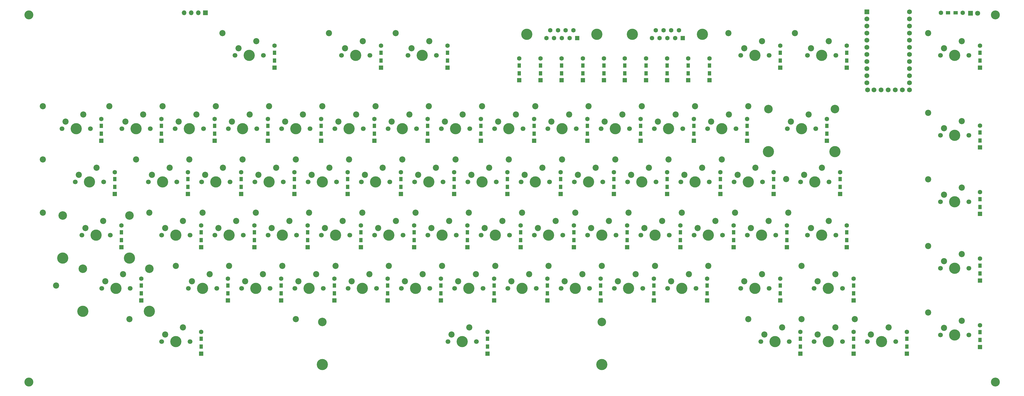
<source format=gbr>
G04 #@! TF.GenerationSoftware,KiCad,Pcbnew,6.0.9-8da3e8f707~117~ubuntu22.04.1*
G04 #@! TF.CreationDate,2022-12-17T12:05:47-05:00*
G04 #@! TF.ProjectId,atari-keyboard,61746172-692d-46b6-9579-626f6172642e,rev?*
G04 #@! TF.SameCoordinates,Original*
G04 #@! TF.FileFunction,Soldermask,Bot*
G04 #@! TF.FilePolarity,Negative*
%FSLAX46Y46*%
G04 Gerber Fmt 4.6, Leading zero omitted, Abs format (unit mm)*
G04 Created by KiCad (PCBNEW 6.0.9-8da3e8f707~117~ubuntu22.04.1) date 2022-12-17 12:05:47*
%MOMM*%
%LPD*%
G01*
G04 APERTURE LIST*
%ADD10R,1.600000X1.600000*%
%ADD11R,1.200000X1.600000*%
%ADD12C,1.600000*%
%ADD13C,2.200000*%
%ADD14C,4.000000*%
%ADD15C,1.700000*%
%ADD16R,1.700000X1.700000*%
%ADD17O,1.700000X1.700000*%
%ADD18C,3.050000*%
%ADD19R,1.800000X1.800000*%
%ADD20C,1.800000*%
%ADD21C,3.200000*%
%ADD22R,1.752600X1.752600*%
%ADD23C,1.752600*%
%ADD24R,1.500000X1.200000*%
G04 APERTURE END LIST*
D10*
X172275000Y-272895000D03*
D11*
X172275000Y-270395000D03*
D12*
X172275000Y-265095000D03*
D11*
X172275000Y-267595000D03*
D10*
X110362500Y-215745000D03*
D11*
X110362500Y-213245000D03*
X110362500Y-210445000D03*
D12*
X110362500Y-207945000D03*
D10*
X219900000Y-253845000D03*
D11*
X219900000Y-251345000D03*
D12*
X219900000Y-246045000D03*
D11*
X219900000Y-248545000D03*
D13*
X163235000Y-241480000D03*
D14*
X327541300Y-249505000D03*
D15*
X332621300Y-249505000D03*
X322461300Y-249505000D03*
D13*
X330081300Y-244425000D03*
X323731300Y-246965000D03*
X87035000Y-241480000D03*
D10*
X281812500Y-215745000D03*
D11*
X281812500Y-213245000D03*
X281812500Y-210445000D03*
D12*
X281812500Y-207945000D03*
D10*
X105600000Y-291945000D03*
D11*
X105600000Y-289445000D03*
D12*
X105600000Y-284145000D03*
D11*
X105600000Y-286645000D03*
D15*
X335002500Y-268555000D03*
X324842500Y-268555000D03*
D14*
X329922500Y-268555000D03*
D13*
X332462500Y-263475000D03*
X326112500Y-266015000D03*
D10*
X272287500Y-234795000D03*
D11*
X272287500Y-232295000D03*
X272287500Y-229495000D03*
D12*
X272287500Y-226995000D03*
D11*
X338962500Y-270395000D03*
D10*
X338962500Y-272895000D03*
D11*
X338962500Y-267595000D03*
D12*
X338962500Y-265095000D03*
D11*
X384206300Y-263251200D03*
D10*
X384206300Y-265751200D03*
D11*
X384206300Y-260451200D03*
D12*
X384206300Y-257951200D03*
D13*
X253722500Y-222430000D03*
D15*
X120690000Y-249505000D03*
D14*
X115610000Y-249505000D03*
D15*
X110530000Y-249505000D03*
D13*
X118150000Y-244425000D03*
X111800000Y-246965000D03*
X301347500Y-203380000D03*
X277535000Y-241480000D03*
D15*
X239117500Y-230455000D03*
X249277500Y-230455000D03*
D14*
X244197500Y-230455000D03*
D13*
X246737500Y-225375000D03*
X240387500Y-227915000D03*
X268010000Y-260530000D03*
X101322500Y-222430000D03*
D11*
X224662500Y-213245000D03*
D10*
X224662500Y-215745000D03*
D11*
X224662500Y-210445000D03*
D12*
X224662500Y-207945000D03*
D13*
X365641300Y-253386200D03*
D10*
X177037500Y-234795000D03*
D11*
X177037500Y-232295000D03*
D12*
X177037500Y-226995000D03*
D11*
X177037500Y-229495000D03*
D13*
X291822500Y-222430000D03*
D16*
X107076000Y-169946000D03*
D17*
X104536000Y-169946000D03*
X101996000Y-169946000D03*
X99456000Y-169946000D03*
D11*
X243712500Y-213245000D03*
D10*
X243712500Y-215745000D03*
D12*
X243712500Y-207945000D03*
D11*
X243712500Y-210445000D03*
D15*
X148630000Y-249505000D03*
D14*
X153710000Y-249505000D03*
D15*
X158790000Y-249505000D03*
D13*
X156250000Y-244425000D03*
X149900000Y-246965000D03*
D14*
X134660000Y-249505000D03*
D15*
X139740000Y-249505000D03*
X129580000Y-249505000D03*
D13*
X137200000Y-244425000D03*
X130850000Y-246965000D03*
D15*
X186730000Y-249505000D03*
X196890000Y-249505000D03*
D14*
X191810000Y-249505000D03*
D13*
X194350000Y-244425000D03*
X188000000Y-246965000D03*
X314872500Y-229430000D03*
D10*
X384206300Y-189551200D03*
D11*
X384206300Y-187051200D03*
X384206300Y-184251200D03*
D12*
X384206300Y-181751200D03*
D13*
X315635000Y-241480000D03*
X206097500Y-203380000D03*
X365641300Y-177186200D03*
X106085000Y-241480000D03*
D11*
X234187500Y-232295000D03*
D10*
X234187500Y-234795000D03*
D11*
X234187500Y-229495000D03*
D12*
X234187500Y-226995000D03*
D15*
X380246300Y-285223700D03*
D14*
X375166300Y-285223700D03*
D15*
X370086300Y-285223700D03*
D13*
X377706300Y-280143700D03*
X371356300Y-282683700D03*
X287060000Y-260530000D03*
D15*
X158155000Y-268555000D03*
D14*
X163235000Y-268555000D03*
D15*
X168315000Y-268555000D03*
D13*
X165775000Y-263475000D03*
X159425000Y-266015000D03*
D15*
X193873800Y-287605000D03*
X204033800Y-287605000D03*
D14*
X148953800Y-295845000D03*
X198953800Y-287605000D03*
D18*
X148953800Y-280605000D03*
X248953800Y-280605000D03*
D14*
X248953800Y-295845000D03*
D13*
X201493800Y-282525000D03*
X195143800Y-285065000D03*
X210860000Y-260530000D03*
X301347500Y-279580000D03*
X115610000Y-260530000D03*
X248960000Y-260530000D03*
D11*
X300862500Y-213245000D03*
D10*
X300862500Y-215745000D03*
D11*
X300862500Y-210445000D03*
D12*
X300862500Y-207945000D03*
D11*
X384206300Y-239438700D03*
D10*
X384206300Y-241938700D03*
D11*
X384206300Y-236638700D03*
D12*
X384206300Y-234138700D03*
D10*
X138937500Y-234795000D03*
D11*
X138937500Y-232295000D03*
X138937500Y-229495000D03*
D12*
X138937500Y-226995000D03*
D14*
X259866000Y-177616300D03*
X284866000Y-177616300D03*
D10*
X277906000Y-179036300D03*
D12*
X275136000Y-179036300D03*
X272366000Y-179036300D03*
X269596000Y-179036300D03*
X266826000Y-179036300D03*
X276521000Y-176196300D03*
X273751000Y-176196300D03*
X270981000Y-176196300D03*
X268211000Y-176196300D03*
D11*
X91312500Y-213245000D03*
D10*
X91312500Y-215745000D03*
D11*
X91312500Y-210445000D03*
D12*
X91312500Y-207945000D03*
D13*
X365641300Y-205761200D03*
D10*
X207993800Y-291945000D03*
D11*
X207993800Y-289445000D03*
X207993800Y-286645000D03*
D12*
X207993800Y-284145000D03*
D11*
X312768800Y-187051200D03*
D10*
X312768800Y-189551200D03*
D12*
X312768800Y-181751200D03*
D11*
X312768800Y-184251200D03*
D10*
X148462500Y-215745000D03*
D11*
X148462500Y-213245000D03*
D12*
X148462500Y-207945000D03*
D11*
X148462500Y-210445000D03*
D13*
X91797500Y-203380000D03*
D15*
X277852500Y-211405000D03*
D14*
X272772500Y-211405000D03*
D15*
X267692500Y-211405000D03*
D13*
X275312500Y-206325000D03*
X268962500Y-208865000D03*
X258485000Y-241480000D03*
D10*
X329437500Y-215745000D03*
D11*
X329437500Y-213245000D03*
X329437500Y-210445000D03*
D12*
X329437500Y-207945000D03*
D13*
X318016300Y-177186200D03*
X339447500Y-279580000D03*
D10*
X200850000Y-253845000D03*
D11*
X200850000Y-251345000D03*
D12*
X200850000Y-246045000D03*
D11*
X200850000Y-248545000D03*
D15*
X322461300Y-185211200D03*
X332621300Y-185211200D03*
D14*
X327541300Y-185211200D03*
D13*
X330081300Y-180131200D03*
X323731300Y-182671200D03*
D11*
X296100000Y-251345000D03*
D10*
X296100000Y-253845000D03*
D11*
X296100000Y-248545000D03*
D12*
X296100000Y-246045000D03*
D15*
X253405000Y-268555000D03*
X263565000Y-268555000D03*
D14*
X258485000Y-268555000D03*
D13*
X261025000Y-263475000D03*
X254675000Y-266015000D03*
X139422500Y-222430000D03*
D10*
X100837500Y-234795000D03*
D11*
X100837500Y-232295000D03*
D12*
X100837500Y-226995000D03*
D11*
X100837500Y-229495000D03*
D14*
X167997500Y-230455000D03*
D15*
X173077500Y-230455000D03*
X162917500Y-230455000D03*
D13*
X170537500Y-225375000D03*
X164187500Y-227915000D03*
D14*
X148947500Y-230455000D03*
D15*
X154027500Y-230455000D03*
X143867500Y-230455000D03*
D13*
X151487500Y-225375000D03*
X145137500Y-227915000D03*
D10*
X242103000Y-194116000D03*
D11*
X242103000Y-191616000D03*
D12*
X242103000Y-186316000D03*
D11*
X242103000Y-188816000D03*
D10*
X196087500Y-234795000D03*
D11*
X196087500Y-232295000D03*
D12*
X196087500Y-226995000D03*
D11*
X196087500Y-229495000D03*
D10*
X181800000Y-253845000D03*
D11*
X181800000Y-251345000D03*
D12*
X181800000Y-246045000D03*
D11*
X181800000Y-248545000D03*
D13*
X244197500Y-203380000D03*
D15*
X134342500Y-211405000D03*
D14*
X139422500Y-211405000D03*
D15*
X144502500Y-211405000D03*
D13*
X141962500Y-206325000D03*
X135612500Y-208865000D03*
D11*
X134175000Y-270395000D03*
D10*
X134175000Y-272895000D03*
D11*
X134175000Y-267595000D03*
D12*
X134175000Y-265095000D03*
D15*
X277217500Y-230455000D03*
D14*
X282297500Y-230455000D03*
D15*
X287377500Y-230455000D03*
D13*
X284837500Y-225375000D03*
X278487500Y-227915000D03*
D14*
X158472500Y-211405000D03*
D15*
X153392500Y-211405000D03*
X163552500Y-211405000D03*
D13*
X161012500Y-206325000D03*
X154662500Y-208865000D03*
D14*
X129897500Y-230455000D03*
D15*
X124817500Y-230455000D03*
X134977500Y-230455000D03*
D13*
X132437500Y-225375000D03*
X126087500Y-227915000D03*
X120372500Y-222430000D03*
D10*
X287432000Y-194116000D03*
D11*
X287432000Y-191616000D03*
X287432000Y-188816000D03*
D12*
X287432000Y-186316000D03*
D10*
X277050000Y-253845000D03*
D11*
X277050000Y-251345000D03*
X277050000Y-248545000D03*
D12*
X277050000Y-246045000D03*
D10*
X105600000Y-253845000D03*
D11*
X105600000Y-251345000D03*
X105600000Y-248545000D03*
D12*
X105600000Y-246045000D03*
D13*
X72747500Y-203380000D03*
D15*
X70683800Y-230455000D03*
D14*
X65603800Y-230455000D03*
D15*
X60523800Y-230455000D03*
D13*
X68143800Y-225375000D03*
X61793800Y-227915000D03*
D15*
X224830000Y-249505000D03*
D14*
X229910000Y-249505000D03*
D15*
X234990000Y-249505000D03*
D13*
X232450000Y-244425000D03*
X226100000Y-246965000D03*
D14*
X215622500Y-211405000D03*
D15*
X210542500Y-211405000D03*
X220702500Y-211405000D03*
D13*
X218162500Y-206325000D03*
X211812500Y-208865000D03*
D11*
X315150000Y-251345000D03*
D10*
X315150000Y-253845000D03*
D12*
X315150000Y-246045000D03*
D11*
X315150000Y-248545000D03*
D15*
X96242500Y-211405000D03*
X106402500Y-211405000D03*
D14*
X101322500Y-211405000D03*
D13*
X103862500Y-206325000D03*
X97512500Y-208865000D03*
X110847500Y-203380000D03*
D15*
X380246300Y-185211200D03*
X370086300Y-185211200D03*
D14*
X375166300Y-185211200D03*
D13*
X377706300Y-180131200D03*
X371356300Y-182671200D03*
D15*
X225465000Y-268555000D03*
D14*
X220385000Y-268555000D03*
D15*
X215305000Y-268555000D03*
D13*
X222925000Y-263475000D03*
X216575000Y-266015000D03*
D15*
X370086300Y-237598700D03*
X380246300Y-237598700D03*
D14*
X375166300Y-237598700D03*
D13*
X377706300Y-232518700D03*
X371356300Y-235058700D03*
X365641300Y-229573700D03*
X82272500Y-222430000D03*
D14*
X120372500Y-211405000D03*
D15*
X125452500Y-211405000D03*
X115292500Y-211405000D03*
D13*
X122912500Y-206325000D03*
X116562500Y-208865000D03*
D14*
X234672500Y-211405000D03*
D15*
X229592500Y-211405000D03*
X239752500Y-211405000D03*
D13*
X237212500Y-206325000D03*
X230862500Y-208865000D03*
D11*
X229425000Y-270395000D03*
D10*
X229425000Y-272895000D03*
D12*
X229425000Y-265095000D03*
D11*
X229425000Y-267595000D03*
D14*
X375166300Y-261411200D03*
D15*
X370086300Y-261411200D03*
X380246300Y-261411200D03*
D13*
X377706300Y-256331200D03*
X371356300Y-258871200D03*
D19*
X380841000Y-170086000D03*
D20*
X383381000Y-170086000D03*
D13*
X167997500Y-203380000D03*
X282297500Y-203380000D03*
D15*
X286742500Y-211405000D03*
X296902500Y-211405000D03*
D14*
X291822500Y-211405000D03*
D13*
X294362500Y-206325000D03*
X288012500Y-208865000D03*
D10*
X334200000Y-234795000D03*
D11*
X334200000Y-232295000D03*
X334200000Y-229495000D03*
D12*
X334200000Y-226995000D03*
D10*
X219396000Y-194116000D03*
D11*
X219396000Y-191616000D03*
X219396000Y-188816000D03*
D12*
X219396000Y-186316000D03*
D11*
X384206300Y-215626200D03*
D10*
X384206300Y-218126200D03*
D11*
X384206300Y-212826200D03*
D12*
X384206300Y-210326200D03*
D10*
X74643800Y-234795000D03*
D11*
X74643800Y-232295000D03*
X74643800Y-229495000D03*
D12*
X74643800Y-226995000D03*
D14*
X172760000Y-249505000D03*
D15*
X167680000Y-249505000D03*
X177840000Y-249505000D03*
D13*
X175300000Y-244425000D03*
X168950000Y-246965000D03*
X187047500Y-203380000D03*
D21*
X43935000Y-170686200D03*
D13*
X320397500Y-279580000D03*
D10*
X205612500Y-215745000D03*
D11*
X205612500Y-213245000D03*
D12*
X205612500Y-207945000D03*
D11*
X205612500Y-210445000D03*
D14*
X301347500Y-230455000D03*
D15*
X306427500Y-230455000D03*
X296267500Y-230455000D03*
D13*
X303887500Y-225375000D03*
X297537500Y-227915000D03*
X79891300Y-279580000D03*
D14*
X247106000Y-177616300D03*
X222106000Y-177616300D03*
D10*
X240146000Y-179036300D03*
D12*
X237376000Y-179036300D03*
X234606000Y-179036300D03*
X231836000Y-179036300D03*
X229066000Y-179036300D03*
X238761000Y-176196300D03*
X235991000Y-176196300D03*
X233221000Y-176196300D03*
X230451000Y-176196300D03*
D14*
X287060000Y-249505000D03*
D15*
X292140000Y-249505000D03*
X281980000Y-249505000D03*
D13*
X289600000Y-244425000D03*
X283250000Y-246965000D03*
D11*
X249672000Y-191616000D03*
D10*
X249672000Y-194116000D03*
D12*
X249672000Y-186316000D03*
D11*
X249672000Y-188816000D03*
D10*
X193706300Y-189551200D03*
D11*
X193706300Y-187051200D03*
X193706300Y-184251200D03*
D12*
X193706300Y-181751200D03*
D15*
X77192500Y-211405000D03*
X87352500Y-211405000D03*
D14*
X82272500Y-211405000D03*
D13*
X84812500Y-206325000D03*
X78462500Y-208865000D03*
D15*
X220067500Y-230455000D03*
D14*
X225147500Y-230455000D03*
D15*
X230227500Y-230455000D03*
D13*
X227687500Y-225375000D03*
X221337500Y-227915000D03*
D14*
X184666300Y-185211200D03*
D15*
X189746300Y-185211200D03*
X179586300Y-185211200D03*
D13*
X187206300Y-180131200D03*
X180856300Y-182671200D03*
X96560000Y-260530000D03*
D15*
X182602500Y-211405000D03*
D14*
X177522500Y-211405000D03*
D15*
X172442500Y-211405000D03*
D13*
X180062500Y-206325000D03*
X173712500Y-208865000D03*
X215622500Y-222430000D03*
X153710000Y-260530000D03*
D15*
X315317500Y-211405000D03*
X325477500Y-211405000D03*
D14*
X332297500Y-219645000D03*
X308497500Y-219645000D03*
D18*
X308497500Y-204405000D03*
X332297500Y-204405000D03*
D14*
X320397500Y-211405000D03*
D13*
X322937500Y-206325000D03*
X316587500Y-208865000D03*
D15*
X149265000Y-268555000D03*
D14*
X144185000Y-268555000D03*
D15*
X139105000Y-268555000D03*
D13*
X146725000Y-263475000D03*
X140375000Y-266015000D03*
D22*
X343786000Y-169636000D03*
D23*
X343786000Y-172176000D03*
X343786000Y-174716000D03*
X343786000Y-177256000D03*
X343786000Y-179796000D03*
X343786000Y-182336000D03*
X343786000Y-184876000D03*
X343786000Y-187416000D03*
X343786000Y-189956000D03*
X343786000Y-192496000D03*
X343786000Y-195036000D03*
X344014600Y-197576000D03*
X359026000Y-197576000D03*
X359026000Y-195036000D03*
X359026000Y-192496000D03*
X359026000Y-189956000D03*
X359026000Y-187416000D03*
X359026000Y-184876000D03*
X359026000Y-182336000D03*
X359026000Y-179796000D03*
X359026000Y-177256000D03*
X359026000Y-174716000D03*
X359026000Y-172176000D03*
X359026000Y-169636000D03*
X346326000Y-197576000D03*
X348866000Y-197576000D03*
X351406000Y-197576000D03*
X353946000Y-197576000D03*
X356486000Y-197576000D03*
D13*
X48935000Y-241480000D03*
D10*
X272294000Y-194116000D03*
D11*
X272294000Y-191616000D03*
D12*
X272294000Y-186316000D03*
D11*
X272294000Y-188816000D03*
D15*
X272455000Y-268555000D03*
D14*
X277535000Y-268555000D03*
D15*
X282615000Y-268555000D03*
D13*
X280075000Y-263475000D03*
X273725000Y-266015000D03*
D10*
X279863000Y-194116000D03*
D11*
X279863000Y-191616000D03*
D12*
X279863000Y-186316000D03*
D11*
X279863000Y-188816000D03*
D14*
X239435000Y-268555000D03*
D15*
X244515000Y-268555000D03*
X234355000Y-268555000D03*
D13*
X241975000Y-263475000D03*
X235625000Y-266015000D03*
D14*
X91797500Y-230455000D03*
D15*
X96877500Y-230455000D03*
X86717500Y-230455000D03*
D13*
X94337500Y-225375000D03*
X87987500Y-227915000D03*
X220385000Y-241480000D03*
D15*
X127833800Y-185211200D03*
D14*
X122753800Y-185211200D03*
D15*
X117673800Y-185211200D03*
D13*
X125293800Y-180131200D03*
X118943800Y-182671200D03*
D11*
X115125000Y-270395000D03*
D10*
X115125000Y-272895000D03*
D12*
X115125000Y-265095000D03*
D11*
X115125000Y-267595000D03*
D15*
X165933800Y-185211200D03*
D14*
X160853800Y-185211200D03*
D15*
X155773800Y-185211200D03*
D13*
X163393800Y-180131200D03*
X157043800Y-182671200D03*
D11*
X129412500Y-213245000D03*
D10*
X129412500Y-215745000D03*
D12*
X129412500Y-207945000D03*
D11*
X129412500Y-210445000D03*
D10*
X248475000Y-272895000D03*
D11*
X248475000Y-270395000D03*
D12*
X248475000Y-265095000D03*
D11*
X248475000Y-267595000D03*
X162750000Y-251345000D03*
D10*
X162750000Y-253845000D03*
D11*
X162750000Y-248545000D03*
D12*
X162750000Y-246045000D03*
D14*
X306110000Y-249505000D03*
D15*
X301030000Y-249505000D03*
X311190000Y-249505000D03*
D13*
X308650000Y-244425000D03*
X302300000Y-246965000D03*
D14*
X375166300Y-213786200D03*
D15*
X380246300Y-213786200D03*
X370086300Y-213786200D03*
D13*
X377706300Y-208706200D03*
X371356300Y-211246200D03*
D15*
X187365000Y-268555000D03*
D14*
X182285000Y-268555000D03*
D15*
X177205000Y-268555000D03*
D13*
X184825000Y-263475000D03*
X178475000Y-266015000D03*
X177522500Y-222430000D03*
D10*
X286575000Y-272895000D03*
D11*
X286575000Y-270395000D03*
X286575000Y-267595000D03*
D12*
X286575000Y-265095000D03*
D13*
X320397500Y-260530000D03*
D11*
X234534000Y-191616000D03*
D10*
X234534000Y-194116000D03*
D12*
X234534000Y-186316000D03*
D11*
X234534000Y-188816000D03*
D15*
X258802500Y-211405000D03*
D14*
X253722500Y-211405000D03*
D15*
X248642500Y-211405000D03*
D13*
X256262500Y-206325000D03*
X249912500Y-208865000D03*
D21*
X43935000Y-302130000D03*
D10*
X258000000Y-253845000D03*
D11*
X258000000Y-251345000D03*
D12*
X258000000Y-246045000D03*
D11*
X258000000Y-248545000D03*
D15*
X262930000Y-249505000D03*
D14*
X268010000Y-249505000D03*
D15*
X273090000Y-249505000D03*
D13*
X270550000Y-244425000D03*
X264200000Y-246965000D03*
X263247500Y-203380000D03*
D10*
X319912500Y-291945000D03*
D11*
X319912500Y-289445000D03*
D12*
X319912500Y-284145000D03*
D11*
X319912500Y-286645000D03*
D13*
X125135000Y-241480000D03*
D15*
X192127500Y-230455000D03*
X181967500Y-230455000D03*
D14*
X187047500Y-230455000D03*
D13*
X189587500Y-225375000D03*
X183237500Y-227915000D03*
D21*
X389691300Y-302130000D03*
X389691300Y-170686200D03*
D14*
X67985000Y-249505000D03*
D15*
X73065000Y-249505000D03*
D18*
X79885000Y-242505000D03*
D14*
X79885000Y-257745000D03*
D15*
X62905000Y-249505000D03*
D18*
X56085000Y-242505000D03*
D14*
X56085000Y-257745000D03*
D13*
X70525000Y-244425000D03*
X64175000Y-246965000D03*
D10*
X191325000Y-272895000D03*
D11*
X191325000Y-270395000D03*
X191325000Y-267595000D03*
D12*
X191325000Y-265095000D03*
D13*
X144185000Y-241480000D03*
X151328800Y-177186200D03*
D10*
X210375000Y-272895000D03*
D11*
X210375000Y-270395000D03*
D12*
X210375000Y-265095000D03*
D11*
X210375000Y-267595000D03*
D15*
X205780000Y-249505000D03*
D14*
X210860000Y-249505000D03*
D15*
X215940000Y-249505000D03*
D13*
X213400000Y-244425000D03*
X207050000Y-246965000D03*
D10*
X169893800Y-189551200D03*
D11*
X169893800Y-187051200D03*
X169893800Y-184251200D03*
D12*
X169893800Y-181751200D03*
D13*
X129897500Y-203380000D03*
D15*
X101005000Y-268555000D03*
D14*
X106085000Y-268555000D03*
D15*
X111165000Y-268555000D03*
D13*
X108625000Y-263475000D03*
X102275000Y-266015000D03*
X158472500Y-222430000D03*
D14*
X96560000Y-287605000D03*
D15*
X101640000Y-287605000D03*
X91480000Y-287605000D03*
D13*
X99100000Y-282525000D03*
X92750000Y-285065000D03*
D10*
X186562500Y-215745000D03*
D11*
X186562500Y-213245000D03*
D12*
X186562500Y-207945000D03*
D11*
X186562500Y-210445000D03*
D14*
X329922500Y-287605000D03*
D15*
X335002500Y-287605000D03*
X324842500Y-287605000D03*
D13*
X332462500Y-282525000D03*
X326112500Y-285065000D03*
D11*
X77025000Y-251345000D03*
D10*
X77025000Y-253845000D03*
D12*
X77025000Y-246045000D03*
D11*
X77025000Y-248545000D03*
X336581300Y-251345000D03*
D10*
X336581300Y-253845000D03*
D12*
X336581300Y-246045000D03*
D11*
X336581300Y-248545000D03*
X226965000Y-191616000D03*
D10*
X226965000Y-194116000D03*
D12*
X226965000Y-186316000D03*
D11*
X226965000Y-188816000D03*
X238950000Y-251345000D03*
D10*
X238950000Y-253845000D03*
D12*
X238950000Y-246045000D03*
D11*
X238950000Y-248545000D03*
D13*
X172760000Y-260530000D03*
D11*
X312768800Y-270395000D03*
D10*
X312768800Y-272895000D03*
D12*
X312768800Y-265095000D03*
D11*
X312768800Y-267595000D03*
D10*
X267525000Y-272895000D03*
D11*
X267525000Y-270395000D03*
X267525000Y-267595000D03*
D12*
X267525000Y-265095000D03*
D13*
X148947500Y-203380000D03*
D12*
X378016000Y-169946000D03*
D24*
X375466000Y-169946000D03*
X372766000Y-169946000D03*
D12*
X370216000Y-169946000D03*
D15*
X354052500Y-287605000D03*
X343892500Y-287605000D03*
D14*
X348972500Y-287605000D03*
D13*
X351512500Y-282525000D03*
X345162500Y-285065000D03*
X48935000Y-203380000D03*
D14*
X263247500Y-230455000D03*
D15*
X268327500Y-230455000D03*
X258167500Y-230455000D03*
D13*
X265787500Y-225375000D03*
X259437500Y-227915000D03*
D14*
X310872500Y-287605000D03*
D15*
X305792500Y-287605000D03*
X315952500Y-287605000D03*
D13*
X313412500Y-282525000D03*
X307062500Y-285065000D03*
X239435000Y-241480000D03*
D11*
X124650000Y-251345000D03*
D10*
X124650000Y-253845000D03*
D11*
X124650000Y-248545000D03*
D12*
X124650000Y-246045000D03*
D11*
X358012500Y-289445000D03*
D10*
X358012500Y-291945000D03*
D11*
X358012500Y-286645000D03*
D12*
X358012500Y-284145000D03*
D15*
X196255000Y-268555000D03*
X206415000Y-268555000D03*
D14*
X201335000Y-268555000D03*
D13*
X203875000Y-263475000D03*
X197525000Y-266015000D03*
D10*
X310387500Y-234795000D03*
D11*
X310387500Y-232295000D03*
D12*
X310387500Y-226995000D03*
D11*
X310387500Y-229495000D03*
D15*
X320080000Y-230455000D03*
X330240000Y-230455000D03*
D14*
X325160000Y-230455000D03*
D13*
X327700000Y-225375000D03*
X321350000Y-227915000D03*
D15*
X243880000Y-249505000D03*
D14*
X248960000Y-249505000D03*
D15*
X254040000Y-249505000D03*
D13*
X251500000Y-244425000D03*
X245150000Y-246965000D03*
D15*
X55761300Y-211405000D03*
X65921300Y-211405000D03*
D14*
X60841300Y-211405000D03*
D13*
X63381300Y-206325000D03*
X57031300Y-208865000D03*
D14*
X110847500Y-230455000D03*
D15*
X105767500Y-230455000D03*
X115927500Y-230455000D03*
D13*
X113387500Y-225375000D03*
X107037500Y-227915000D03*
D11*
X119887500Y-232295000D03*
D10*
X119887500Y-234795000D03*
D11*
X119887500Y-229495000D03*
D12*
X119887500Y-226995000D03*
D13*
X294203800Y-177186200D03*
D14*
X196572500Y-211405000D03*
D15*
X201652500Y-211405000D03*
X191492500Y-211405000D03*
D13*
X199112500Y-206325000D03*
X192762500Y-208865000D03*
X229910000Y-260530000D03*
D10*
X253237500Y-234795000D03*
D11*
X253237500Y-232295000D03*
X253237500Y-229495000D03*
D12*
X253237500Y-226995000D03*
D10*
X257156000Y-194116000D03*
D11*
X257156000Y-191616000D03*
X257156000Y-188816000D03*
D12*
X257156000Y-186316000D03*
D15*
X101640000Y-249505000D03*
X91480000Y-249505000D03*
D14*
X96560000Y-249505000D03*
D13*
X99100000Y-244425000D03*
X92750000Y-246965000D03*
D15*
X130215000Y-268555000D03*
D14*
X125135000Y-268555000D03*
D15*
X120055000Y-268555000D03*
D13*
X127675000Y-263475000D03*
X121325000Y-266015000D03*
X191810000Y-260530000D03*
D11*
X262762500Y-213245000D03*
D10*
X262762500Y-215745000D03*
D12*
X262762500Y-207945000D03*
D11*
X262762500Y-210445000D03*
D15*
X201017500Y-230455000D03*
D14*
X206097500Y-230455000D03*
D15*
X211177500Y-230455000D03*
D13*
X208637500Y-225375000D03*
X202287500Y-227915000D03*
D14*
X303728800Y-185211200D03*
D15*
X308808800Y-185211200D03*
X298648800Y-185211200D03*
D13*
X306268800Y-180131200D03*
X299918800Y-182671200D03*
X365641300Y-277198700D03*
D11*
X84168800Y-270395000D03*
D10*
X84168800Y-272895000D03*
D12*
X84168800Y-265095000D03*
D11*
X84168800Y-267595000D03*
D13*
X272772500Y-222430000D03*
D10*
X336581300Y-189551200D03*
D11*
X336581300Y-187051200D03*
D12*
X336581300Y-181751200D03*
D11*
X336581300Y-184251200D03*
D13*
X53697500Y-267530000D03*
D11*
X157987500Y-232295000D03*
D10*
X157987500Y-234795000D03*
D11*
X157987500Y-229495000D03*
D12*
X157987500Y-226995000D03*
D13*
X201335000Y-241480000D03*
D10*
X384206300Y-289563700D03*
D11*
X384206300Y-287063700D03*
D12*
X384206300Y-281763700D03*
D11*
X384206300Y-284263700D03*
D13*
X139422500Y-279580000D03*
X48935000Y-222430000D03*
D11*
X143700000Y-251345000D03*
D10*
X143700000Y-253845000D03*
D12*
X143700000Y-246045000D03*
D11*
X143700000Y-248545000D03*
X69881300Y-213245000D03*
D10*
X69881300Y-215745000D03*
D12*
X69881300Y-207945000D03*
D11*
X69881300Y-210445000D03*
X215137500Y-232295000D03*
D10*
X215137500Y-234795000D03*
D11*
X215137500Y-229495000D03*
D12*
X215137500Y-226995000D03*
D11*
X131793800Y-187051200D03*
D10*
X131793800Y-189551200D03*
D12*
X131793800Y-181751200D03*
D11*
X131793800Y-184251200D03*
D13*
X182285000Y-241480000D03*
X134660000Y-260530000D03*
D11*
X264725000Y-191616000D03*
D10*
X264725000Y-194116000D03*
D11*
X264725000Y-188816000D03*
D12*
X264725000Y-186316000D03*
D11*
X291337500Y-232295000D03*
D10*
X291337500Y-234795000D03*
D12*
X291337500Y-226995000D03*
D11*
X291337500Y-229495000D03*
D13*
X296585000Y-241480000D03*
D11*
X338962500Y-289445000D03*
D10*
X338962500Y-291945000D03*
D12*
X338962500Y-284145000D03*
D11*
X338962500Y-286645000D03*
D13*
X234672500Y-222430000D03*
D15*
X308808800Y-268555000D03*
D14*
X303728800Y-268555000D03*
D15*
X298648800Y-268555000D03*
D13*
X306268800Y-263475000D03*
X299918800Y-266015000D03*
X225147500Y-203380000D03*
X196572500Y-222430000D03*
D10*
X167512500Y-215745000D03*
D11*
X167512500Y-213245000D03*
D12*
X167512500Y-207945000D03*
D11*
X167512500Y-210445000D03*
D18*
X63228800Y-261555000D03*
D15*
X80208800Y-268555000D03*
X70048800Y-268555000D03*
D14*
X63228800Y-276795000D03*
X87028800Y-276795000D03*
X75128800Y-268555000D03*
D18*
X87028800Y-261555000D03*
D13*
X77668800Y-263475000D03*
X71318800Y-266015000D03*
X175141300Y-177186200D03*
D10*
X153225000Y-272895000D03*
D11*
X153225000Y-270395000D03*
D12*
X153225000Y-265095000D03*
D11*
X153225000Y-267595000D03*
D13*
X113228800Y-177186200D03*
M02*

</source>
